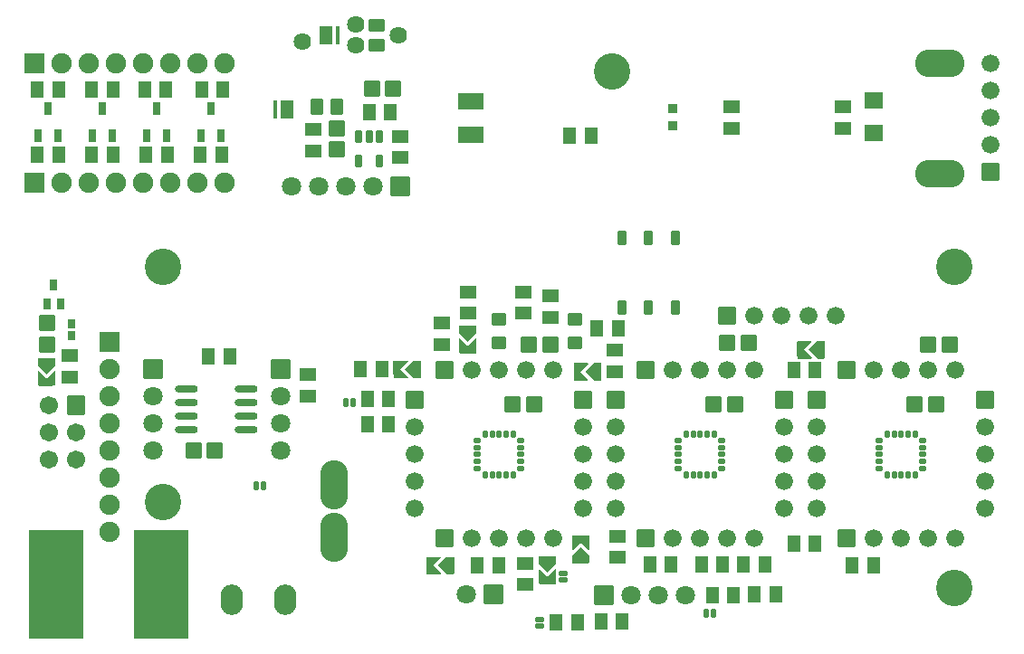
<source format=gts>
G04 Layer: TopSolderMaskLayer*
G04 EasyEDA Pro v2.2.28.1, 2024-09-17 23:40:12*
G04 Gerber Generator version 0.3*
G04 Scale: 100 percent, Rotated: No, Reflected: No*
G04 Dimensions in millimeters*
G04 Leading zeros omitted, absolute positions, 3 integers and 5 decimals*
%FSLAX35Y35*%
%MOMM*%
%AMRoundRect*1,1,$1,$2,$3*1,1,$1,$4,$5*1,1,$1,0-$2,0-$3*1,1,$1,0-$4,0-$5*20,1,$1,$2,$3,$4,$5,0*20,1,$1,$4,$5,0-$2,0-$3,0*20,1,$1,0-$2,0-$3,0-$4,0-$5,0*20,1,$1,0-$4,0-$5,$2,$3,0*4,1,4,$2,$3,$4,$5,0-$2,0-$3,0-$4,0-$5,$2,$3,0*%
%ADD10RoundRect,0.08478X0.20861X-0.28362X-0.20861X-0.28362*%
%ADD11RoundRect,0.08478X0.28362X-0.20861X-0.28362X-0.20861*%
%ADD12RoundRect,0.09302X0.62929X0.50429X0.62929X-0.50429*%
%ADD13RoundRect,0.09387X0.69237X0.57013X0.69237X-0.57013*%
%ADD14RoundRect,0.09387X-0.69237X-0.57013X-0.69237X0.57013*%
%ADD15RoundRect,0.09017X0.35571X-0.60571X-0.35571X-0.60571*%
%ADD16RoundRect,0.1016X-0.81306X-0.74556X-0.81306X0.74556*%
%ADD17RoundRect,0.09549X-0.81306X-0.74556X-0.81306X0.74556*%
%ADD18O,2.1466X0.68961*%
%ADD19RoundRect,0.09618X0.85271X0.85271X0.85271X-0.85271*%
%ADD20C,1.8016*%
%ADD21RoundRect,0.09618X0.85271X0.85271X0.85271X-0.85271*%
%ADD22O,2.102X2.852*%
%ADD23RoundRect,0.09387X-0.57013X0.69237X0.57013X0.69237*%
%ADD24RoundRect,0.09387X0.57013X-0.69237X-0.57013X-0.69237*%
%ADD25RoundRect,0.09618X-0.85271X0.85271X0.85271X0.85271*%
%ADD26RoundRect,0.09618X0.85271X-0.85271X-0.85271X-0.85271*%
%ADD27RoundRect,0.09588X0.80286X0.85286X0.80286X-0.85286*%
%ADD28C,1.7016*%
%ADD29RoundRect,0.09164X0.40518X-0.40518X-0.40518X-0.40518*%
%ADD30RoundRect,0.09516X-1.15322X-0.70322X-1.15322X0.70322*%
%ADD31O,4.602X2.602*%
%ADD32RoundRect,0.09495X-0.70833X0.67833X0.70833X0.67833*%
%ADD33RoundRect,0.09495X0.70833X-0.67833X-0.70833X-0.67833*%
%ADD34C,1.6768*%
%ADD35RoundRect,0.09615X0.79032X0.79032X0.79032X-0.79032*%
%ADD36RoundRect,0.09615X-0.79032X0.79032X0.79032X0.79032*%
%ADD37RoundRect,0.09615X0.79032X0.79032X0.79032X-0.79032*%
%ADD38RoundRect,0.09615X-0.79032X-0.79032X-0.79032X0.79032*%
%ADD39RoundRect,0.08449X0.20856X-0.35856X-0.20856X-0.35856*%
%ADD40RoundRect,0.08449X-0.20856X0.35856X0.20856X0.35856*%
%ADD41RoundRect,0.08449X0.35856X0.20856X0.35856X-0.20856*%
%ADD42RoundRect,0.09645X0.90257X0.90257X0.90257X-0.90257*%
%ADD43C,1.9016*%
%ADD44RoundRect,0.08771X-0.27695X-0.40199X-0.27695X0.40199*%
%ADD45RoundRect,0.09495X0.67833X0.70833X0.67833X-0.70833*%
%ADD46RoundRect,0.08692X0.25734X0.47533X0.25734X-0.47533*%
%ADD47RoundRect,0.08449X-0.35856X-0.20856X-0.35856X0.20856*%
%ADD48O,2.602X4.602*%
%ADD49RoundRect,0.1X-2.501X-5.001X-2.501X5.001*%
%ADD50C,3.4036*%
%ADD51RoundRect,0.08906X0.30647X0.54147X0.30647X-0.54147*%
%ADD52RoundRect,0.09645X-0.90257X0.90257X0.90257X0.90257*%
%ADD53R,1.1938X1.8034*%
%ADD54R,0.3302X1.651*%
%ADD55RoundRect,0.17242X-0.69579X-0.47079X-0.69579X0.47079*%
%ADD56R,1.1938X1.8034*%
%ADD57R,0.3302X1.651*%
%ADD58RoundRect,0.17242X-0.47079X0.69579X0.47079X0.69579*%
%ADD59RoundRect,0.08742X0.26935X0.542X0.26935X-0.542*%
%ADD60C,1.626*%
G75*


G04 Pad Start*
G54D10*
G01X4405152Y1945107D03*
G01X4470151Y1945107D03*
G01X4535150Y1945107D03*
G01X4600148Y1945107D03*
G01X4665147Y1945107D03*
G54D11*
G01X4736394Y1882597D03*
G01X4736394Y1817599D03*
G01X4736394Y1752600D03*
G01X4736394Y1687601D03*
G01X4736394Y1622603D03*
G54D10*
G01X4665147Y1560093D03*
G01X4600148Y1560093D03*
G01X4535150Y1560093D03*
G01X4470151Y1560093D03*
G01X4405152Y1560093D03*
G54D11*
G01X4331391Y1622603D03*
G01X4331391Y1687601D03*
G01X4331391Y1752600D03*
G01X4331391Y1817599D03*
G01X4331391Y1882597D03*
G54D10*
G01X6284752Y1945107D03*
G01X6349751Y1945107D03*
G01X6414750Y1945107D03*
G01X6479748Y1945107D03*
G01X6544747Y1945107D03*
G54D11*
G01X6615994Y1882597D03*
G01X6615994Y1817599D03*
G01X6615994Y1752600D03*
G01X6615994Y1687601D03*
G01X6615994Y1622603D03*
G54D10*
G01X6544747Y1560093D03*
G01X6479748Y1560093D03*
G01X6414750Y1560093D03*
G01X6349751Y1560093D03*
G01X6284752Y1560093D03*
G54D11*
G01X6210991Y1622603D03*
G01X6210991Y1687601D03*
G01X6210991Y1752600D03*
G01X6210991Y1817599D03*
G01X6210991Y1882597D03*
G54D10*
G01X8164352Y1945107D03*
G01X8229351Y1945107D03*
G01X8294350Y1945107D03*
G01X8359348Y1945107D03*
G01X8424347Y1945107D03*
G54D11*
G01X8495594Y1882597D03*
G01X8495594Y1817599D03*
G01X8495594Y1752600D03*
G01X8495594Y1687601D03*
G01X8495594Y1622603D03*
G54D10*
G01X8424347Y1560093D03*
G01X8359348Y1560093D03*
G01X8294350Y1560093D03*
G01X8229351Y1560093D03*
G01X8164352Y1560093D03*
G54D11*
G01X8090591Y1622603D03*
G01X8090591Y1687601D03*
G01X8090591Y1752600D03*
G01X8090591Y1817599D03*
G01X8090591Y1882597D03*
G54D12*
G01X4533890Y3018302D03*
G01X4533890Y2798288D03*
G54D13*
G01X5014900Y3035300D03*
G01X5014900Y3235300D03*
G54D14*
G01X4762500Y3275000D03*
G01X4762500Y3075000D03*
G54D15*
G01X6180900Y3779393D03*
G01X5930887Y3779393D03*
G01X5680901Y3779393D03*
G01X6180874Y3129407D03*
G01X5930887Y3129407D03*
G01X5680901Y3129407D03*
G54D12*
G01X5245090Y3018302D03*
G01X5245090Y2798288D03*
G54D17*
G01X8039100Y5063009D03*
G01X8039100Y4764508D03*
G54D18*
G01X1615059Y2362200D03*
G01X1615059Y2235200D03*
G01X1615059Y2108200D03*
G01X1615059Y1981200D03*
G01X2169541Y2362200D03*
G01X2169541Y2235200D03*
G01X2169541Y2108200D03*
G01X2169541Y1981200D03*
G54D19*
G01X1295400Y2552700D03*
G54D20*
G01X1295400Y2298700D03*
G01X1295400Y2044700D03*
G01X1295400Y1790700D03*
G54D21*
G01X2489200Y2552700D03*
G54D20*
G01X2489200Y2298700D03*
G01X2489200Y2044700D03*
G01X2489200Y1790700D03*
G54D22*
G01X2036000Y393700D03*
G01X2536000Y393700D03*
G54D13*
G01X4000500Y2782900D03*
G01X4000500Y2982900D03*
G54D23*
G01X3503600Y2273300D03*
G01X3303600Y2273300D03*
G01X3503600Y2032000D03*
G01X3303600Y2032000D03*
G54D14*
G01X4775200Y735000D03*
G01X4775200Y535000D03*
G54D23*
G01X5649900Y2933700D03*
G01X5449900Y2933700D03*
G54D24*
G01X4332300Y711200D03*
G01X4532300Y711200D03*
G54D13*
G01X2743200Y2300300D03*
G01X2743200Y2500300D03*
G54D23*
G01X2017700Y2667000D03*
G01X1817700Y2667000D03*
G01X6627800Y723900D03*
G01X6427800Y723900D03*
G54D24*
G01X6821500Y723900D03*
G01X7021500Y723900D03*
G01X6923100Y444500D03*
G01X7123100Y444500D03*
G01X5488000Y190500D03*
G01X5688000Y190500D03*
G54D23*
G01X3440100Y2552700D03*
G01X3240100Y2552700D03*
G54D13*
G01X5638800Y789000D03*
G01X5638800Y989000D03*
G54D24*
G01X5945200Y723900D03*
G01X6145200Y723900D03*
G54D23*
G01X7491400Y914400D03*
G01X7291400Y914400D03*
G54D24*
G01X7837500Y711200D03*
G01X8037500Y711200D03*
G54D25*
G01X5510693Y439274D03*
G54D20*
G01X5764693Y439274D03*
G01X6018693Y439274D03*
G01X6272693Y439274D03*
G54D26*
G01X4483100Y444500D03*
G54D20*
G01X4229100Y444500D03*
G54D27*
G01X575711Y2211485D03*
G54D28*
G01X321711Y2211485D03*
G01X575711Y1957485D03*
G01X321711Y1957485D03*
G01X575711Y1703485D03*
G01X321711Y1703485D03*
G54D29*
G01X6159500Y4987103D03*
G01X6159500Y4827210D03*
G54D30*
G01X4267200Y5062195D03*
G01X4267200Y4742205D03*
G54D13*
G01X7748600Y4805557D03*
G01X7748600Y5005556D03*
G01X6705600Y4807157D03*
G01X6705600Y5007157D03*
G54D23*
G01X5395900Y4737100D03*
G01X5195900Y4737100D03*
G54D31*
G01X8653812Y5413618D03*
G01X8658425Y4384918D03*
G54D32*
G01X8621700Y2222500D03*
G01X8421700Y2222500D03*
G01X6869100Y2794000D03*
G01X6669100Y2794000D03*
G01X6742100Y2222500D03*
G01X6542100Y2222500D03*
G01X5014900Y2781300D03*
G01X4814900Y2781300D03*
G54D33*
G01X1676400Y1792300D03*
G01X1876400Y1792300D03*
G54D32*
G01X4862500Y2222500D03*
G01X4662500Y2222500D03*
G01X8748700Y2781300D03*
G01X8548700Y2781300D03*
G54D34*
G01X3746500Y1244600D03*
G01X3746500Y1498600D03*
G01X3746500Y1752600D03*
G01X3746500Y2006600D03*
G54D35*
G01X3746500Y2260600D03*
G54D34*
G01X5041900Y965200D03*
G01X4787900Y965200D03*
G01X4533900Y965200D03*
G01X4279900Y965200D03*
G54D36*
G01X4025900Y965200D03*
G54D34*
G01X5041900Y2540000D03*
G01X4787900Y2540000D03*
G01X4533900Y2540000D03*
G01X4279900Y2540000D03*
G54D36*
G01X4025900Y2540000D03*
G54D34*
G01X5321300Y1244600D03*
G01X5321300Y1498600D03*
G01X5321300Y1752600D03*
G01X5321300Y2006600D03*
G54D37*
G01X5321300Y2260600D03*
G54D34*
G01X5626100Y1244600D03*
G01X5626100Y1498600D03*
G01X5626100Y1752600D03*
G01X5626100Y2006600D03*
G54D37*
G01X5626100Y2260600D03*
G54D34*
G01X6921500Y965200D03*
G01X6667500Y965200D03*
G01X6413500Y965200D03*
G01X6159500Y965200D03*
G54D36*
G01X5905500Y965200D03*
G54D34*
G01X6921500Y2540000D03*
G01X6667500Y2540000D03*
G01X6413500Y2540000D03*
G01X6159500Y2540000D03*
G54D36*
G01X5905500Y2540000D03*
G54D34*
G01X7200900Y1244600D03*
G01X7200900Y1498600D03*
G01X7200900Y1752600D03*
G01X7200900Y2006600D03*
G54D37*
G01X7200900Y2260600D03*
G54D34*
G01X7505700Y1244600D03*
G01X7505700Y1498600D03*
G01X7505700Y1752600D03*
G01X7505700Y2006600D03*
G54D37*
G01X7505700Y2260600D03*
G54D34*
G01X8801100Y965200D03*
G01X8547100Y965200D03*
G01X8293100Y965200D03*
G01X8039100Y965200D03*
G54D36*
G01X7785100Y965200D03*
G54D34*
G01X8801100Y2540000D03*
G01X8547100Y2540000D03*
G01X8293100Y2540000D03*
G01X8039100Y2540000D03*
G54D36*
G01X7785100Y2540000D03*
G54D34*
G01X9080500Y1244600D03*
G01X9080500Y1498600D03*
G01X9080500Y1752600D03*
G01X9080500Y2006600D03*
G54D37*
G01X9080500Y2260600D03*
G54D34*
G01X7683500Y3048000D03*
G01X7429500Y3048000D03*
G01X7175500Y3048000D03*
G01X6921500Y3048000D03*
G54D36*
G01X6667500Y3048000D03*
G54D34*
G01X9131300Y5415157D03*
G01X9131300Y5161157D03*
G01X9131300Y4907157D03*
G01X9131300Y4653157D03*
G54D38*
G01X9131300Y4399157D03*
G54D14*
G01X5617616Y2729602D03*
G01X5617616Y2529603D03*
G54D24*
G01X7291400Y2540000D03*
G01X7491400Y2540000D03*
G54D39*
G01X2331199Y1460500D03*
G01X2266201Y1460500D03*
G54D40*
G01X3104401Y2235200D03*
G01X3169399Y2235200D03*
G54D41*
G01X5130800Y642099D03*
G01X5130800Y577101D03*
G54D42*
G01X889312Y2807731D03*
G54D43*
G01X889312Y2553731D03*
G01X889312Y2299731D03*
G01X889312Y2045731D03*
G01X889312Y1791731D03*
G01X889312Y1537731D03*
G01X889312Y1283731D03*
G01X889312Y1029731D03*
G54D14*
G01X521012Y2679131D03*
G01X521012Y2479131D03*
G54D44*
G01X533712Y2976539D03*
G01X533712Y2867523D03*
G54D45*
G01X305112Y2783931D03*
G01X305112Y2983931D03*
G54D46*
G01X303613Y3162442D03*
G01X433611Y3162442D03*
G01X368612Y3342020D03*
G54D13*
G01X4241800Y3075000D03*
G01X4241800Y3275000D03*
G54D40*
G01X6469901Y266700D03*
G01X6534899Y266700D03*
G54D47*
G01X4914900Y145301D03*
G01X4914900Y210299D03*
G54D23*
G01X6729400Y431800D03*
G01X6529400Y431800D03*
G01X5265011Y185011D03*
G01X5065011Y185011D03*
G54D48*
G01X2987900Y1466875D03*
G01X2987900Y980375D03*
G54D49*
G01X395200Y539775D03*
G01X1373100Y535875D03*
G54D50*
G01X1393650Y3506350D03*
G01X8793650Y3506350D03*
G01X1393650Y1306350D03*
G01X8793650Y506350D03*
G01X5594350Y5340350D03*
G54D51*
G01X222504Y4740593D03*
G01X412496Y4740593D03*
G01X317500Y4987608D03*
G54D23*
G01X417500Y4559300D03*
G01X217500Y4559300D03*
G54D52*
G01X190500Y4292600D03*
G54D43*
G01X444500Y4292600D03*
G01X698500Y4292600D03*
G01X952500Y4292600D03*
G01X1206500Y4292600D03*
G01X1460500Y4292600D03*
G01X1714500Y4292600D03*
G01X1968500Y4292600D03*
G54D52*
G01X190500Y5410200D03*
G54D43*
G01X444500Y5410200D03*
G01X698500Y5410200D03*
G01X952500Y5410200D03*
G01X1206500Y5410200D03*
G01X1460500Y5410200D03*
G01X1714500Y5410200D03*
G01X1968500Y5410200D03*
G54D51*
G01X730504Y4740593D03*
G01X920496Y4740593D03*
G01X825500Y4987608D03*
G54D23*
G01X925500Y4559300D03*
G01X725500Y4559300D03*
G54D51*
G01X1238504Y4740593D03*
G01X1428496Y4740593D03*
G01X1333500Y4987608D03*
G54D23*
G01X1433500Y4559300D03*
G01X1233500Y4559300D03*
G54D51*
G01X1746504Y4740593D03*
G01X1936496Y4740593D03*
G01X1841500Y4987608D03*
G54D23*
G01X1941500Y4559300D03*
G01X1741500Y4559300D03*
G54D24*
G01X217500Y5168900D03*
G01X417500Y5168900D03*
G01X725500Y5168900D03*
G01X925500Y5168900D03*
G01X1220800Y5168900D03*
G01X1420800Y5168900D03*
G01X1754200Y5168900D03*
G01X1954200Y5168900D03*
G54D53*
G01X2913380Y5676900D03*
G54D54*
G01X3022600Y5676900D03*
G54D55*
G01X3390900Y5581900D03*
G01X3390900Y5771900D03*
G54D56*
G01X2547540Y4981740D03*
G54D57*
G01X2438320Y4981740D03*
G54D58*
G01X2830290Y5010661D03*
G01X3020290Y5010661D03*
G54D59*
G01X3413986Y4730462D03*
G01X3318990Y4730462D03*
G01X3223994Y4730462D03*
G01X3223994Y4503460D03*
G01X3413986Y4503460D03*
G54D45*
G01X3014190Y4605862D03*
G01X3014190Y4805861D03*
G54D24*
G01X3320590Y4959861D03*
G01X3520590Y4959861D03*
G54D33*
G01X3345990Y5175761D03*
G01X3545990Y5175761D03*
G54D14*
G01X3611090Y4729661D03*
G01X3611090Y4529662D03*
G54D26*
G01X3611090Y4261361D03*
G54D20*
G01X3357090Y4261361D03*
G01X3103090Y4261361D03*
G01X2849090Y4261361D03*
G01X2595090Y4261361D03*
G54D14*
G01X2798290Y4793161D03*
G01X2798290Y4593162D03*
G54D60*
G01X2692249Y5618701D03*
G01X3193600Y5580601D03*
G01X3197150Y5779101D03*
G01X3592100Y5677501D03*
G36*
G01X3552051Y2468972D02*
G02X3546951Y2474041I0J5100D01*
G01X3546018Y2626441D01*
G01X3546018Y2626472D01*
G02X3551118Y2631572I5100J0D01*
G01X3679051Y2631572D01*
G02X3684151Y2626472I0J-5100D01*
G02X3682658Y2622865I-5100J0D01*
G01X3610064Y2550272D01*
G01X3682658Y2477678D01*
G02X3684151Y2474072I-3606J-3606D01*
G02X3679051Y2468972I-5100J0D01*
G01X3552051Y2468972D01*
G37*
G36*
G01X3804801Y2474072D02*
G02X3799701Y2468972I-5100J0D01*
G01X3736201Y2468972D01*
G02X3732595Y2470465I0J5100D01*
G01X3656395Y2546665D01*
G02X3654901Y2550272I3606J3606D01*
G02X3656395Y2553878I5100J0D01*
G01X3732595Y2630078D01*
G02X3736201Y2631572I3606J-3606D01*
G01X3799701Y2631572D01*
G02X3804801Y2626472I0J-5100D01*
G01X3804801Y2474072D01*
G37*
G36*
G01X5238157Y2445161D02*
G02X5233057Y2450230I0J5100D01*
G01X5232123Y2602630D01*
G01X5232123Y2602662D01*
G02X5237223Y2607762I5100J0D01*
G01X5365157Y2607762D01*
G02X5370257Y2602662I0J-5100D01*
G02X5368763Y2599055I-5100J0D01*
G01X5296169Y2526462D01*
G01X5368763Y2453868D01*
G02X5370257Y2450262I-3606J-3606D01*
G02X5365157Y2445161I-5100J0D01*
G01X5238157Y2445161D01*
G37*
G36*
G01X5490907Y2450262D02*
G02X5485807Y2445161I-5100J0D01*
G01X5422307Y2445161D01*
G02X5418700Y2446655I0J5100D01*
G01X5342500Y2522855D01*
G02X5341007Y2526462I3606J3606D01*
G02X5342500Y2530068I5100J0D01*
G01X5418700Y2606268D01*
G02X5422307Y2607762I3606J-3606D01*
G01X5485807Y2607762D01*
G02X5490907Y2602662I0J-5100D01*
G01X5490907Y2450262D01*
G37*
G36*
G01X7327900Y2649200D02*
G02X7322800Y2654269I0J5100D01*
G01X7321866Y2806669D01*
G01X7321866Y2806700D01*
G02X7326966Y2811800I5100J0D01*
G01X7454900Y2811800D01*
G02X7460000Y2806700I0J-5100D01*
G02X7458506Y2803094I-5100J0D01*
G01X7385913Y2730500D01*
G01X7458506Y2657906D01*
G02X7460000Y2654300I-3606J-3606D01*
G02X7454900Y2649200I-5100J0D01*
G01X7327900Y2649200D01*
G37*
G36*
G01X7580650Y2654300D02*
G02X7575550Y2649200I-5100J0D01*
G01X7512050Y2649200D01*
G02X7508444Y2650694I0J5100D01*
G01X7432244Y2726894D01*
G02X7430750Y2730500I3606J3606D01*
G02X7432244Y2734106I5100J0D01*
G01X7508444Y2810306D01*
G02X7512050Y2811800I3606J-3606D01*
G01X7575550Y2811800D01*
G02X7580650Y2806700I0J-5100D01*
G01X7580650Y2654300D01*
G37*
G36*
G01X228912Y2395297D02*
G02X223812Y2400397I0J5100D01*
G01X223812Y2528331D01*
G02X228912Y2533431I5100J0D01*
G02X232518Y2531937I0J-5100D01*
G01X305112Y2459344D01*
G01X377706Y2531937D01*
G02X381312Y2533431I3606J-3606D01*
G02X386412Y2528331I0J-5100D01*
G01X386412Y2401331D01*
G02X381343Y2396231I-5100J0D01*
G01X228943Y2395297D01*
G01X228912Y2395297D01*
G37*
G36*
G01X305112Y2504181D02*
G02X301506Y2505675I0J5100D01*
G01X225306Y2581875D01*
G02X223812Y2585481I3606J3606D01*
G01X223812Y2648981D01*
G02X228912Y2654081I5100J0D01*
G01X381312Y2654081D01*
G02X386412Y2648981I0J-5100D01*
G01X386412Y2585481D01*
G02X384918Y2581875I-5100J0D01*
G01X308718Y2505675D01*
G02X305112Y2504181I-3606J3606D01*
G37*
G36*
G01X3860800Y629900D02*
G02X3855700Y634969I0J5100D01*
G01X3854766Y787369D01*
G01X3854766Y787400D01*
G02X3859866Y792500I5100J0D01*
G01X3987800Y792500D01*
G02X3992900Y787400I0J-5100D01*
G02X3991406Y783794I-5100J0D01*
G01X3918813Y711200D01*
G01X3991406Y638606D01*
G02X3992900Y635000I-3606J-3606D01*
G02X3987800Y629900I-5100J0D01*
G01X3860800Y629900D01*
G37*
G36*
G01X4113550Y635000D02*
G02X4108450Y629900I-5100J0D01*
G01X4044950Y629900D01*
G02X4041344Y631394I0J5100D01*
G01X3965144Y707594D01*
G02X3963650Y711200I3606J3606D01*
G02X3965144Y714806I5100J0D01*
G01X4041344Y791006D01*
G02X4044950Y792500I3606J-3606D01*
G01X4108450Y792500D01*
G02X4113550Y787400I0J-5100D01*
G01X4113550Y635000D01*
G37*
G36*
G01X4911270Y540114D02*
G02X4906170Y545215I0J5100D01*
G01X4906170Y673148D01*
G02X4911270Y678248I5100J0D01*
G02X4914877Y676755I0J-5100D01*
G01X4987470Y604161D01*
G01X5060064Y676755D01*
G02X5063670Y678248I3606J-3606D01*
G02X5068770Y673148I0J-5100D01*
G01X5068770Y546148D01*
G02X5063702Y541048I-5100J0D01*
G01X4911302Y540115D01*
G01X4911270Y540114D01*
G37*
G36*
G01X4987470Y648998D02*
G02X4983864Y650492I0J5100D01*
G01X4907664Y726692D01*
G02X4906170Y730298I3606J3606D01*
G01X4906170Y793798D01*
G02X4911270Y798898I5100J0D01*
G01X5063670Y798898D01*
G02X5068770Y793798I0J-5100D01*
G01X5068770Y730298D01*
G02X5067277Y726692I-5100J0D01*
G01X4991077Y650492D01*
G02X4987470Y648998I-3606J3606D01*
G37*
G36*
G01X5374221Y855838D02*
G02X5370614Y857332I0J5100D01*
G01X5298021Y929926D01*
G01X5225427Y857332D01*
G02X5221821Y855838I-3606J3606D01*
G02X5216721Y860938I0J5100D01*
G01X5216721Y987938D01*
G02X5221789Y993038I5100J0D01*
G01X5374189Y993972D01*
G01X5374221Y993972D01*
G02X5379321Y988872I0J-5100D01*
G01X5379321Y860938D01*
G02X5374221Y855838I-5100J0D01*
G37*
G36*
G01X5221821Y735188D02*
G02X5216721Y740288I0J5100D01*
G01X5216721Y803788D01*
G02X5218214Y807395I5100J0D01*
G01X5294414Y883595D01*
G02X5298021Y885088I3606J-3606D01*
G02X5301627Y883595I0J-5100D01*
G01X5377827Y807395D01*
G02X5379321Y803788I-3606J-3606D01*
G01X5379321Y740288D01*
G02X5374221Y735188I-5100J0D01*
G01X5221821Y735188D01*
G37*
G36*
G01X4165600Y2699066D02*
G02X4160500Y2704166I0J5100D01*
G01X4160500Y2832100D01*
G02X4165600Y2837200I5100J0D01*
G02X4169206Y2835706I0J-5100D01*
G01X4241800Y2763113D01*
G01X4314394Y2835706D01*
G02X4318000Y2837200I3606J-3606D01*
G02X4323100Y2832100I0J-5100D01*
G01X4323100Y2705100D01*
G02X4318031Y2700000I-5100J0D01*
G01X4165631Y2699066D01*
G01X4165600Y2699066D01*
G37*
G36*
G01X4241800Y2807950D02*
G02X4238194Y2809444I0J5100D01*
G01X4161994Y2885644D01*
G02X4160500Y2889250I3606J3606D01*
G01X4160500Y2952750D01*
G02X4165600Y2957850I5100J0D01*
G01X4318000Y2957850D01*
G02X4323100Y2952750I0J-5100D01*
G01X4323100Y2889250D01*
G02X4321606Y2885644I-5100J0D01*
G01X4245406Y2809444D01*
G02X4241800Y2807950I-3606J3606D01*
G37*
G04 Pad End*

M02*


</source>
